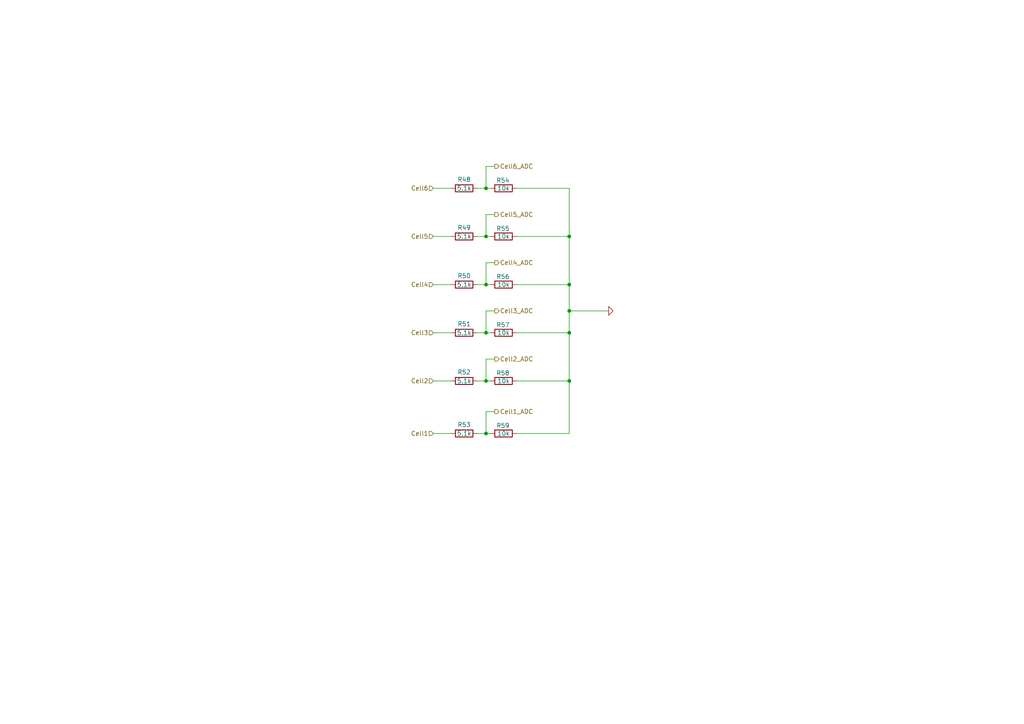
<source format=kicad_sch>
(kicad_sch (version 20250114) (generator "eeschema") (generator_version "9.0")
  (paper "A4")
  (lib_symbols
    (symbol "Device:R" (pin_numbers (hide yes)) (pin_names (offset 0))
      (property "Reference" "R" (at 2.032 0 90))
      (property "Value" "R" (at 0 0 90))
      (symbol "R_0_1"
        (rectangle (start -1.016 -2.54) (end 1.016 2.54) (stroke (width 0.254)))
      )
      (symbol "R_1_1"
        (pin passive line (at 0 3.81 270) (length 1.27) (name "~") (number "1"))
        (pin passive line (at 0 -3.81 90) (length 1.27) (name "~") (number "2"))
      )
    )
    (symbol "GND-RESCUE-BLDC_4_2" (power) (pin_names (offset 0))
      (symbol "GND-RESCUE-BLDC_4_2_0_1"
        (polyline (pts (xy -1.27 0) (xy 0 -1.27) (xy 1.27 0) (xy -1.27 0)))
      )
      (symbol "GND-RESCUE-BLDC_4_2_1_1"
        (pin power_in line (at 0 0 90) (length 0) (hide yes) (name "GND") (number "1"))
      )
    )
  )
  (junction (at 165.1 96.52))
  (junction (at 140.97 125.73))
  (junction (at 140.97 68.58))
  (junction (at 140.97 110.49))
  (junction (at 165.1 82.55))
  (junction (at 140.97 82.55))
  (junction (at 165.1 68.58))
  (junction (at 165.1 110.49))
  (junction (at 140.97 54.61))
  (junction (at 140.97 96.52))
  (junction (at 165.1 90.17))
  (wire (pts (xy 140.97 76.2) (xy 143.51 76.2)))
  (wire (pts (xy 125.73 54.61) (xy 130.81 54.61)))
  (wire (pts (xy 125.73 68.58) (xy 130.81 68.58)))
  (wire (pts (xy 149.86 125.73) (xy 165.1 125.73)))
  (wire (pts (xy 138.43 110.49) (xy 140.97 110.49)))
  (wire (pts (xy 165.1 110.49) (xy 165.1 125.73)))
  (wire (pts (xy 149.86 82.55) (xy 165.1 82.55)))
  (wire (pts (xy 149.86 54.61) (xy 165.1 54.61)))
  (wire (pts (xy 138.43 68.58) (xy 140.97 68.58)))
  (wire (pts (xy 140.97 82.55) (xy 142.24 82.55)))
  (wire (pts (xy 165.1 68.58) (xy 165.1 82.55)))
  (wire (pts (xy 140.97 82.55) (xy 140.97 76.2)))
  (wire (pts (xy 140.97 54.61) (xy 140.97 48.26)))
  (wire (pts (xy 143.51 119.38) (xy 140.97 119.38)))
  (wire (pts (xy 165.1 82.55) (xy 165.1 90.17)))
  (wire (pts (xy 125.73 82.55) (xy 130.81 82.55)))
  (wire (pts (xy 140.97 110.49) (xy 142.24 110.49)))
  (wire (pts (xy 149.86 96.52) (xy 165.1 96.52)))
  (wire (pts (xy 140.97 90.17) (xy 143.51 90.17)))
  (wire (pts (xy 140.97 68.58) (xy 140.97 62.23)))
  (wire (pts (xy 140.97 62.23) (xy 143.51 62.23)))
  (wire (pts (xy 140.97 125.73) (xy 142.24 125.73)))
  (wire (pts (xy 138.43 96.52) (xy 140.97 96.52)))
  (wire (pts (xy 125.73 110.49) (xy 130.81 110.49)))
  (wire (pts (xy 125.73 96.52) (xy 130.81 96.52)))
  (wire (pts (xy 165.1 110.49) (xy 149.86 110.49)))
  (wire (pts (xy 140.97 119.38) (xy 140.97 125.73)))
  (wire (pts (xy 140.97 110.49) (xy 140.97 104.14)))
  (wire (pts (xy 138.43 125.73) (xy 140.97 125.73)))
  (wire (pts (xy 138.43 82.55) (xy 140.97 82.55)))
  (wire (pts (xy 138.43 54.61) (xy 140.97 54.61)))
  (wire (pts (xy 140.97 96.52) (xy 140.97 90.17)))
  (wire (pts (xy 140.97 48.26) (xy 143.51 48.26)))
  (wire (pts (xy 165.1 90.17) (xy 165.1 96.52)))
  (wire (pts (xy 149.86 68.58) (xy 165.1 68.58)))
  (wire (pts (xy 165.1 90.17) (xy 176.53 90.17)))
  (wire (pts (xy 125.73 125.73) (xy 130.81 125.73)))
  (wire (pts (xy 140.97 54.61) (xy 142.24 54.61)))
  (wire (pts (xy 140.97 104.14) (xy 143.51 104.14)))
  (wire (pts (xy 140.97 68.58) (xy 142.24 68.58)))
  (wire (pts (xy 165.1 54.61) (xy 165.1 68.58)))
  (wire (pts (xy 165.1 96.52) (xy 165.1 110.49)))
  (wire (pts (xy 140.97 96.52) (xy 142.24 96.52)))
  (hierarchical_label "Cell4" (shape input) (at 125.73 82.55 180))
  (hierarchical_label "Cell2_ADC" (shape output) (at 143.51 104.14 0))
  (hierarchical_label "Cell6_ADC" (shape output) (at 143.51 48.26 0))
  (hierarchical_label "Cell3" (shape input) (at 125.73 96.52 180))
  (hierarchical_label "Cell4_ADC" (shape output) (at 143.51 76.2 0))
  (hierarchical_label "Cell2" (shape input) (at 125.73 110.49 180))
  (hierarchical_label "Cell6" (shape input) (at 125.73 54.61 180))
  (hierarchical_label "Cell1_ADC" (shape output) (at 143.51 119.38 0))
  (hierarchical_label "Cell5_ADC" (shape output) (at 143.51 62.23 0))
  (hierarchical_label "Cell5" (shape input) (at 125.73 68.58 180))
  (hierarchical_label "Cell1" (shape input) (at 125.73 125.73 180))
  (hierarchical_label "Cell3_ADC" (shape output) (at 143.51 90.17 0))
  (symbol (lib_id "Device:R") (at 134.62 82.55 90) (unit 1)
    (property "Reference" "R50" (at 134.62 80.01 90))
    (property "Value" "5.1k" (at 134.62 82.55 90))
    (property "Footprint" "CRF1:SMD-0603_r" (effects (hide yes)))
    (property "Description" "Resistor" (effects (hide yes)))
  )
  (symbol (lib_id "Device:R") (at 134.62 110.49 90) (unit 1)
    (property "Reference" "R52" (at 134.62 107.95 90))
    (property "Value" "5.1k" (at 134.62 110.49 90))
    (property "Footprint" "CRF1:SMD-0603_r" (effects (hide yes)))
    (property "Description" "Resistor" (effects (hide yes)))
  )
  (symbol (lib_name "GND-RESCUE-BLDC_4_2") (lib_id "BLDC_4-rescue:GND-RESCUE-BLDC_4") (at 176.53 90.17 90) (unit 1)
    (property "Reference" "#PWR069" (effects (hide yes)))
    (property "Value" "GND" (effects (hide yes)))
  )
  (symbol (lib_id "Device:R") (at 146.05 96.52 90) (unit 1)
    (property "Reference" "R57" (at 147.828 94.234 90) (effects (justify left)))
    (property "Value" "10k" (at 146.05 96.52 90))
    (property "Footprint" "CRF1:SMD-0603_r" (effects (hide yes)))
    (property "Description" "Resistor" (effects (hide yes)))
  )
  (symbol (lib_id "Device:R") (at 134.62 96.52 90) (unit 1)
    (property "Reference" "R51" (at 134.62 93.98 90))
    (property "Value" "5.1k" (at 134.62 96.52 90))
    (property "Footprint" "CRF1:SMD-0603_r" (effects (hide yes)))
    (property "Description" "Resistor" (effects (hide yes)))
  )
  (symbol (lib_id "Device:R") (at 146.05 110.49 90) (unit 1)
    (property "Reference" "R58" (at 147.828 108.204 90) (effects (justify left)))
    (property "Value" "10k" (at 146.05 110.49 90))
    (property "Footprint" "CRF1:SMD-0603_r" (effects (hide yes)))
    (property "Description" "Resistor" (effects (hide yes)))
  )
  (symbol (lib_id "Device:R") (at 134.62 54.61 90) (unit 1)
    (property "Reference" "R48" (at 134.62 52.07 90))
    (property "Value" "5.1k" (at 134.62 54.61 90))
    (property "Footprint" "CRF1:SMD-0603_r" (effects (hide yes)))
    (property "Description" "Resistor" (effects (hide yes)))
  )
  (symbol (lib_id "Device:R") (at 134.62 68.58 90) (unit 1)
    (property "Reference" "R49" (at 134.62 66.04 90))
    (property "Value" "5.1k" (at 134.62 68.58 90))
    (property "Footprint" "CRF1:SMD-0603_r" (effects (hide yes)))
    (property "Description" "Resistor" (effects (hide yes)))
  )
  (symbol (lib_id "Device:R") (at 146.05 54.61 90) (unit 1)
    (property "Reference" "R54" (at 147.828 52.324 90) (effects (justify left)))
    (property "Value" "10k" (at 146.05 54.61 90))
    (property "Footprint" "CRF1:SMD-0603_r" (effects (hide yes)))
    (property "Description" "Resistor" (effects (hide yes)))
  )
  (symbol (lib_id "Device:R") (at 146.05 82.55 90) (unit 1)
    (property "Reference" "R56" (at 147.828 80.264 90) (effects (justify left)))
    (property "Value" "10k" (at 146.05 82.55 90))
    (property "Footprint" "CRF1:SMD-0603_r" (effects (hide yes)))
    (property "Description" "Resistor" (effects (hide yes)))
  )
  (symbol (lib_id "Device:R") (at 146.05 125.73 90) (unit 1)
    (property "Reference" "R59" (at 147.828 123.444 90) (effects (justify left)))
    (property "Value" "10k" (at 146.05 125.73 90))
    (property "Footprint" "CRF1:SMD-0603_r" (effects (hide yes)))
    (property "Description" "Resistor" (effects (hide yes)))
  )
  (symbol (lib_id "Device:R") (at 146.05 68.58 90) (unit 1)
    (property "Reference" "R55" (at 147.828 66.294 90) (effects (justify left)))
    (property "Value" "10k" (at 146.05 68.58 90))
    (property "Footprint" "CRF1:SMD-0603_r" (effects (hide yes)))
    (property "Description" "Resistor" (effects (hide yes)))
  )
  (symbol (lib_id "Device:R") (at 134.62 125.73 90) (unit 1)
    (property "Reference" "R53" (at 134.62 123.19 90))
    (property "Value" "5.1k" (at 134.62 125.73 90))
    (property "Footprint" "CRF1:SMD-0603_r" (effects (hide yes)))
    (property "Description" "Resistor" (effects (hide yes)))
  )
)
</source>
